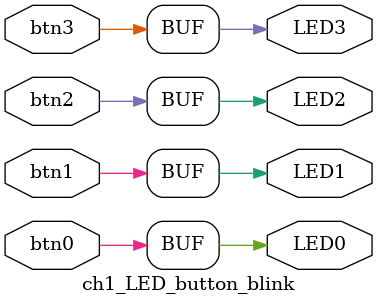
<source format=v>

module ch1_LED_button_blink
    (input btn0,
     input btn1,
     input btn2,
     input btn3,
     output LED0,
     output LED1,
     output LED2,
     output LED3
    );

    assign LED0 = btn0;
    assign LED1 = btn1;
    assign LED2 = btn2;
    assign LED3 = btn3;

endmodule

</source>
